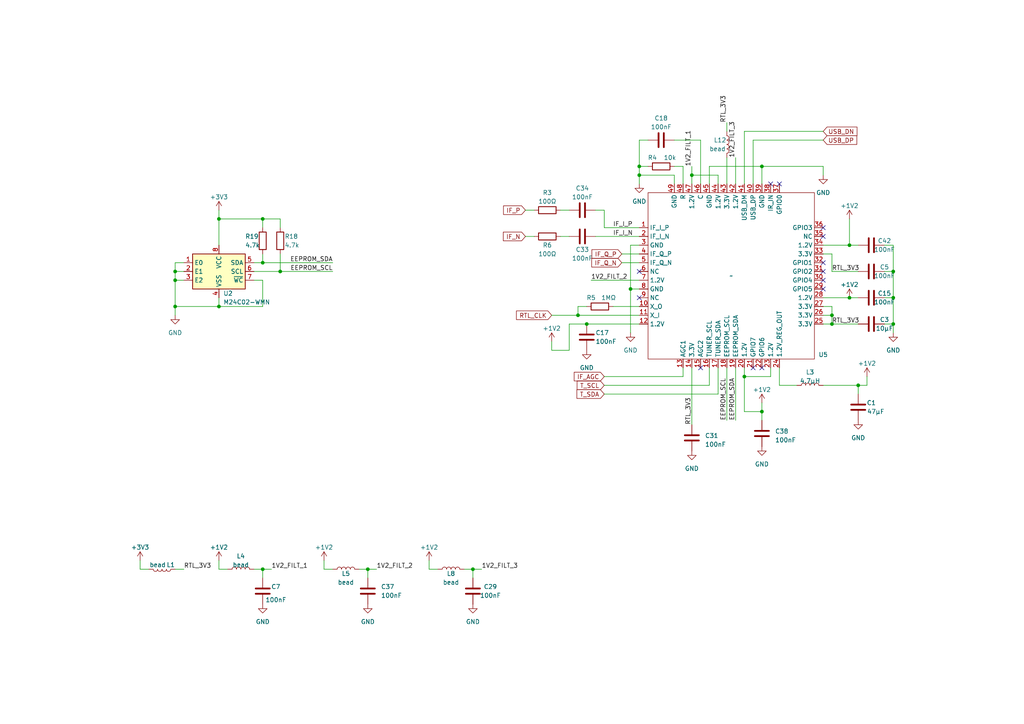
<source format=kicad_sch>
(kicad_sch (version 20230121) (generator eeschema)
  (paper "A4")
  (lib_symbols
    (symbol "Device:C" (pin_numbers hide) (pin_names (offset 0.254))
      (property "Reference" "C" (at 0.635 2.54 0))
      (property "Value" "C" (at 0.635 -2.54 0))
      (symbol "C_0_1"
        (polyline (pts (xy -2.032 -0.762) (xy 2.032 -0.762)) (stroke (width 0.508)))
        (polyline (pts (xy -2.032 0.762) (xy 2.032 0.762)) (stroke (width 0.508)))
      )
      (symbol "C_1_1"
        (pin passive line (at 0 3.81 270) (length 2.794) (name "~") (number "1"))
        (pin passive line (at 0 -3.81 90) (length 2.794) (name "~") (number "2"))
      )
    )
    (symbol "Device:L" (pin_numbers hide) (pin_names (offset 1.016) hide)
      (property "Reference" "L" (at -1.27 0 90))
      (property "Value" "L" (at 1.905 0 90))
      (symbol "L_0_1"
        (arc (start 0 -2.54) (mid 0.6323 -1.905) (end 0 -1.27))
        (arc (start 0 -1.27) (mid 0.6323 -0.635) (end 0 0))
        (arc (start 0 0) (mid 0.6323 0.635) (end 0 1.27))
        (arc (start 0 1.27) (mid 0.6323 1.905) (end 0 2.54))
      )
      (symbol "L_1_1"
        (pin passive line (at 0 3.81 270) (length 1.27) (name "1") (number "1"))
        (pin passive line (at 0 -3.81 90) (length 1.27) (name "2") (number "2"))
      )
    )
    (symbol "Device:R" (pin_numbers hide) (pin_names (offset 0))
      (property "Reference" "R" (at 2.032 0 90))
      (property "Value" "R" (at 0 0 90))
      (symbol "R_0_1"
        (rectangle (start -1.016 -2.54) (end 1.016 2.54) (stroke (width 0.254)))
      )
      (symbol "R_1_1"
        (pin passive line (at 0 3.81 270) (length 1.27) (name "~") (number "1"))
        (pin passive line (at 0 -3.81 90) (length 1.27) (name "~") (number "2"))
      )
    )
    (symbol "Memory_EEPROM:M24C02-WMN"
      (property "Reference" "U" (at -6.35 6.35 0))
      (property "Value" "M24C02-WMN" (at 7.62 6.35 0))
      (symbol "M24C02-WMN_0_1"
        (rectangle (start -7.62 5.08) (end 7.62 -5.08) (stroke (width 0.254)) (fill (type background)))
      )
      (symbol "M24C02-WMN_1_1"
        (pin input line (at -10.16 2.54 0) (length 2.54) (name "E0") (number "1"))
        (pin input line (at -10.16 0 0) (length 2.54) (name "E1") (number "2"))
        (pin input line (at -10.16 -2.54 0) (length 2.54) (name "E2") (number "3"))
        (pin power_in line (at 0 -7.62 90) (length 2.54) (name "VSS") (number "4"))
        (pin bidirectional line (at 10.16 2.54 180) (length 2.54) (name "SDA") (number "5"))
        (pin input line (at 10.16 0 180) (length 2.54) (name "SCL") (number "6"))
        (pin input line (at 10.16 -2.54 180) (length 2.54) (name "~{WC}") (number "7"))
        (pin power_in line (at 0 7.62 270) (length 2.54) (name "VCC") (number "8"))
      )
    )
    (symbol "power:+1V2" (power) (pin_names (offset 0))
      (property "Value" "+1V2" (at 0 3.556 0))
      (symbol "+1V2_0_1"
        (polyline (pts (xy -0.762 1.27) (xy 0 2.54)))
        (polyline (pts (xy 0 0) (xy 0 2.54)))
        (polyline (pts (xy 0 2.54) (xy 0.762 1.27)))
      )
      (symbol "+1V2_1_1"
        (pin power_in line (at 0 0 90) (length 0) hide (name "+1V2") (number "1"))
      )
    )
    (symbol "power:+3V3" (power) (pin_names (offset 0))
      (property "Value" "+3V3" (at 0 3.556 0))
      (symbol "+3V3_0_1"
        (polyline (pts (xy -0.762 1.27) (xy 0 2.54)))
        (polyline (pts (xy 0 0) (xy 0 2.54)))
        (polyline (pts (xy 0 2.54) (xy 0.762 1.27)))
      )
      (symbol "+3V3_1_1"
        (pin power_in line (at 0 0 90) (length 0) hide (name "+3V3") (number "1"))
      )
    )
    (symbol "power:GND" (power) (pin_names (offset 0))
      (property "Value" "GND" (at 0 -3.81 0))
      (symbol "GND_0_1"
        (polyline (pts (xy 0 0) (xy 0 -1.27) (xy 1.27 -1.27) (xy 0 -2.54) (xy -1.27 -1.27) (xy 0 -1.27)))
      )
      (symbol "GND_1_1"
        (pin power_in line (at 0 0 270) (length 0) hide (name "GND") (number "1"))
      )
    )
    (symbol "rtlsdr_symbols:RTL2832U"
      (property "Reference" "U" (at 26.67 -26.67 0))
      (symbol "RTL2832U_0_1"
        (rectangle (start -24.13 24.13) (end 24.13 -24.13))
      )
      (symbol "RTL2832U_1_1"
        (pin input line (at -26.67 13.97 0) (length 2.54) (name "IF_I_P") (number "1"))
        (pin output line (at -26.67 -8.89 0) (length 2.54) (name "X_O") (number "10"))
        (pin input line (at -26.67 -11.43 0) (length 2.54) (name "X_I") (number "11"))
        (pin power_in line (at -26.67 -13.97 0) (length 2.54) (name "1.2V") (number "12"))
        (pin open_collector line (at -13.97 -26.67 90) (length 2.54) (name "AGC1") (number "13"))
        (pin power_in line (at -11.43 -26.67 90) (length 2.54) (name "3.3V") (number "14"))
        (pin open_collector line (at -8.89 -26.67 90) (length 2.54) (name "AGC2") (number "15"))
        (pin open_collector line (at -6.35 -26.67 90) (length 2.54) (name "TUNER_SCL") (number "16"))
        (pin bidirectional line (at -3.81 -26.67 90) (length 2.54) (name "TUNER_SDA") (number "17"))
        (pin open_collector line (at -1.27 -26.67 90) (length 2.54) (name "EEPROM_SCL") (number "18"))
        (pin bidirectional line (at 1.27 -26.67 90) (length 2.54) (name "EEPROM_SDA") (number "19"))
        (pin input line (at -26.67 11.43 0) (length 2.54) (name "IF_I_N") (number "2"))
        (pin power_in line (at 3.81 -26.67 90) (length 2.54) (name "1.2V") (number "20"))
        (pin tri_state line (at 6.35 -26.67 90) (length 2.54) (name "GPIO7") (number "21"))
        (pin tri_state line (at 8.89 -26.67 90) (length 2.54) (name "GPIO6") (number "22"))
        (pin input line (at 11.43 -26.67 90) (length 2.54) (name "1.2V") (number "23"))
        (pin power_out line (at 13.97 -26.67 90) (length 2.54) (name "1.2V_REG_OUT") (number "24"))
        (pin power_in line (at 26.67 -13.97 180) (length 2.54) (name "3.3V") (number "25"))
        (pin power_in line (at 26.67 -11.43 180) (length 2.54) (name "3.3V") (number "26"))
        (pin input line (at 26.67 -8.89 180) (length 2.54) (name "3.3V") (number "27"))
        (pin power_in line (at 26.67 -6.35 180) (length 2.54) (name "1.2V") (number "28"))
        (pin tri_state line (at 26.67 -3.81 180) (length 2.54) (name "GPIO5") (number "29"))
        (pin power_in line (at -26.67 8.89 0) (length 2.54) (name "GND") (number "3"))
        (pin tri_state line (at 26.67 -1.27 180) (length 2.54) (name "GPIO4") (number "30"))
        (pin tri_state line (at 26.67 1.27 180) (length 2.54) (name "GPIO2") (number "31"))
        (pin tri_state line (at 26.67 3.81 180) (length 2.54) (name "GPIO1") (number "32"))
        (pin power_in line (at 26.67 6.35 180) (length 2.54) (name "3.3V") (number "33"))
        (pin power_in line (at 26.67 8.89 180) (length 2.54) (name "1.2V") (number "34"))
        (pin output line (at 26.67 11.43 180) (length 2.54) (name "NC") (number "35"))
        (pin tri_state line (at 26.67 13.97 180) (length 2.54) (name "GPIO3") (number "36"))
        (pin tri_state line (at 13.97 26.67 270) (length 2.54) (name "GPIO0") (number "37"))
        (pin input line (at 11.43 26.67 270) (length 2.54) (name "IR_IN") (number "38"))
        (pin power_in line (at 8.89 26.67 270) (length 2.54) (name "GND") (number "39"))
        (pin input line (at -26.67 6.35 0) (length 2.54) (name "IF_Q_P") (number "4"))
        (pin bidirectional line (at 6.35 26.67 270) (length 2.54) (name "USB_DP") (number "40"))
        (pin bidirectional line (at 3.81 26.67 270) (length 2.54) (name "USB_DM") (number "41"))
        (pin power_in line (at 1.27 26.67 270) (length 2.54) (name "1.2V") (number "42"))
        (pin power_in line (at -1.27 26.67 270) (length 2.54) (name "3.3V") (number "43"))
        (pin power_in line (at -3.81 26.67 270) (length 2.54) (name "1.2V") (number "44"))
        (pin power_in line (at -6.35 26.67 270) (length 2.54) (name "GND") (number "45"))
        (pin input line (at -8.89 26.67 270) (length 2.54) (name "C") (number "46"))
        (pin power_in line (at -11.43 26.67 270) (length 2.54) (name "1.2V") (number "47"))
        (pin input line (at -13.97 26.67 270) (length 2.54) (name "R") (number "48"))
        (pin power_in line (at -16.51 26.67 270) (length 2.54) (name "GND") (number "49"))
        (pin input line (at -26.67 3.81 0) (length 2.54) (name "IF_Q_N") (number "5"))
        (pin input line (at -26.67 1.27 0) (length 2.54) (name "NC") (number "6"))
        (pin power_in line (at -26.67 -1.27 0) (length 2.54) (name "1.2V") (number "7"))
        (pin power_in line (at -26.67 -3.81 0) (length 2.54) (name "GND") (number "8"))
        (pin bidirectional line (at -26.67 -6.35 0) (length 2.54) (name "NC") (number "9"))
      )
    )
  )
  (junction (at 259.08 86.36))
  (junction (at 200.66 50.8))
  (junction (at 259.08 78.74))
  (junction (at 182.88 83.82))
  (junction (at 241.3 91.44))
  (junction (at 185.42 50.8))
  (junction (at 167.64 91.44))
  (junction (at 50.8 88.9))
  (junction (at 220.98 48.26))
  (junction (at 248.92 111.76))
  (junction (at 81.28 78.74))
  (junction (at 63.5 88.9))
  (junction (at 63.5 63.5))
  (junction (at 137.16 165.1))
  (junction (at 76.2 63.5))
  (junction (at 185.42 48.26))
  (junction (at 76.2 165.1))
  (junction (at 241.3 93.98))
  (junction (at 50.8 81.28))
  (junction (at 50.8 78.74))
  (junction (at 246.38 71.12))
  (junction (at 259.08 93.98))
  (junction (at 220.98 119.38))
  (junction (at 76.2 76.2))
  (junction (at 246.38 86.36))
  (junction (at 170.18 93.98))
  (junction (at 106.68 165.1))
  (junction (at 215.9 109.22))
  (no_connect (at 223.52 53.34))
  (no_connect (at 203.2 106.68))
  (no_connect (at 238.76 81.28))
  (no_connect (at 226.06 53.34))
  (no_connect (at 220.98 106.68))
  (no_connect (at 238.76 78.74))
  (no_connect (at 238.76 66.04))
  (no_connect (at 238.76 83.82))
  (no_connect (at 238.76 68.58))
  (no_connect (at 185.42 86.36))
  (no_connect (at 238.76 76.2))
  (no_connect (at 185.42 78.74))
  (no_connect (at 218.44 106.68))
  (wire (pts (xy 215.9 109.22) (xy 215.9 106.68)))
  (wire (pts (xy 167.64 91.44) (xy 185.42 91.44)))
  (wire (pts (xy 185.42 48.26) (xy 185.42 50.8)))
  (wire (pts (xy 248.92 111.76) (xy 251.46 111.76)))
  (wire (pts (xy 76.2 76.2) (xy 73.66 76.2)))
  (wire (pts (xy 180.34 73.66) (xy 185.42 73.66)))
  (wire (pts (xy 76.2 165.1) (xy 76.2 167.64)))
  (wire (pts (xy 175.26 66.04) (xy 185.42 66.04)))
  (wire (pts (xy 238.76 93.98) (xy 241.3 93.98)))
  (wire (pts (xy 246.38 71.12) (xy 246.38 63.5)))
  (wire (pts (xy 160.02 99.06) (xy 160.02 101.6)))
  (wire (pts (xy 182.88 71.12) (xy 182.88 83.82)))
  (wire (pts (xy 213.36 45.72) (xy 213.36 53.34)))
  (wire (pts (xy 50.8 76.2) (xy 50.8 78.74)))
  (wire (pts (xy 76.2 76.2) (xy 96.52 76.2)))
  (wire (pts (xy 165.1 101.6) (xy 160.02 101.6)))
  (wire (pts (xy 63.5 63.5) (xy 76.2 63.5)))
  (wire (pts (xy 241.3 73.66) (xy 241.3 78.74)))
  (wire (pts (xy 76.2 165.1) (xy 73.66 165.1)))
  (wire (pts (xy 213.36 106.68) (xy 213.36 121.92)))
  (wire (pts (xy 182.88 71.12) (xy 185.42 71.12)))
  (wire (pts (xy 238.76 71.12) (xy 246.38 71.12)))
  (wire (pts (xy 50.8 81.28) (xy 53.34 81.28)))
  (wire (pts (xy 198.12 109.22) (xy 175.26 109.22)))
  (wire (pts (xy 63.5 60.96) (xy 63.5 63.5)))
  (wire (pts (xy 215.9 109.22) (xy 215.9 119.38)))
  (wire (pts (xy 241.3 93.98) (xy 248.92 93.98)))
  (wire (pts (xy 167.64 88.9) (xy 170.18 88.9)))
  (wire (pts (xy 81.28 78.74) (xy 73.66 78.74)))
  (wire (pts (xy 50.8 78.74) (xy 53.34 78.74)))
  (wire (pts (xy 137.16 165.1) (xy 134.62 165.1)))
  (wire (pts (xy 208.28 106.68) (xy 208.28 114.3)))
  (wire (pts (xy 81.28 73.66) (xy 81.28 78.74)))
  (wire (pts (xy 198.12 106.68) (xy 198.12 109.22)))
  (wire (pts (xy 200.66 50.8) (xy 200.66 53.34)))
  (wire (pts (xy 208.28 53.34) (xy 208.28 50.8)))
  (wire (pts (xy 226.06 106.68) (xy 226.06 111.76)))
  (wire (pts (xy 106.68 165.1) (xy 109.22 165.1)))
  (wire (pts (xy 205.74 53.34) (xy 205.74 48.26)))
  (wire (pts (xy 256.54 71.12) (xy 259.08 71.12)))
  (wire (pts (xy 63.5 165.1) (xy 63.5 162.56)))
  (wire (pts (xy 76.2 66.04) (xy 76.2 63.5)))
  (wire (pts (xy 208.28 50.8) (xy 200.66 50.8)))
  (wire (pts (xy 63.5 88.9) (xy 76.2 88.9)))
  (wire (pts (xy 187.96 48.26) (xy 185.42 48.26)))
  (wire (pts (xy 50.8 165.1) (xy 53.34 165.1)))
  (wire (pts (xy 215.9 109.22) (xy 223.52 109.22)))
  (wire (pts (xy 162.56 68.58) (xy 165.1 68.58)))
  (wire (pts (xy 248.92 111.76) (xy 248.92 114.3)))
  (wire (pts (xy 152.4 60.96) (xy 154.94 60.96)))
  (wire (pts (xy 259.08 71.12) (xy 259.08 78.74)))
  (wire (pts (xy 162.56 60.96) (xy 165.1 60.96)))
  (wire (pts (xy 185.42 40.64) (xy 185.42 48.26)))
  (wire (pts (xy 167.64 91.44) (xy 167.64 88.9)))
  (wire (pts (xy 215.9 38.1) (xy 215.9 53.34)))
  (wire (pts (xy 238.76 88.9) (xy 241.3 88.9)))
  (wire (pts (xy 205.74 106.68) (xy 205.74 111.76)))
  (wire (pts (xy 63.5 71.12) (xy 63.5 63.5)))
  (wire (pts (xy 175.26 111.76) (xy 205.74 111.76)))
  (wire (pts (xy 195.58 53.34) (xy 195.58 50.8)))
  (wire (pts (xy 50.8 81.28) (xy 50.8 88.9)))
  (wire (pts (xy 180.34 76.2) (xy 185.42 76.2)))
  (wire (pts (xy 226.06 111.76) (xy 231.14 111.76)))
  (wire (pts (xy 251.46 109.22) (xy 251.46 111.76)))
  (wire (pts (xy 160.02 91.44) (xy 167.64 91.44)))
  (wire (pts (xy 238.76 50.8) (xy 238.76 48.26)))
  (wire (pts (xy 50.8 88.9) (xy 63.5 88.9)))
  (wire (pts (xy 50.8 88.9) (xy 50.8 91.44)))
  (wire (pts (xy 241.3 88.9) (xy 241.3 91.44)))
  (wire (pts (xy 195.58 48.26) (xy 198.12 48.26)))
  (wire (pts (xy 203.2 40.64) (xy 195.58 40.64)))
  (wire (pts (xy 137.16 165.1) (xy 139.7 165.1)))
  (wire (pts (xy 81.28 66.04) (xy 81.28 63.5)))
  (wire (pts (xy 81.28 78.74) (xy 96.52 78.74)))
  (wire (pts (xy 63.5 165.1) (xy 66.04 165.1)))
  (wire (pts (xy 241.3 93.98) (xy 241.3 91.44)))
  (wire (pts (xy 40.64 162.56) (xy 40.64 165.1)))
  (wire (pts (xy 53.34 76.2) (xy 50.8 76.2)))
  (wire (pts (xy 124.46 162.56) (xy 124.46 165.1)))
  (wire (pts (xy 220.98 116.84) (xy 220.98 119.38)))
  (wire (pts (xy 185.42 50.8) (xy 185.42 53.34)))
  (wire (pts (xy 198.12 53.34) (xy 198.12 48.26)))
  (wire (pts (xy 238.76 73.66) (xy 241.3 73.66)))
  (wire (pts (xy 238.76 111.76) (xy 248.92 111.76)))
  (wire (pts (xy 215.9 119.38) (xy 220.98 119.38)))
  (wire (pts (xy 218.44 40.64) (xy 218.44 53.34)))
  (wire (pts (xy 203.2 53.34) (xy 203.2 40.64)))
  (wire (pts (xy 76.2 81.28) (xy 76.2 88.9)))
  (wire (pts (xy 175.26 60.96) (xy 175.26 66.04)))
  (wire (pts (xy 172.72 68.58) (xy 185.42 68.58)))
  (wire (pts (xy 200.66 106.68) (xy 200.66 123.19)))
  (wire (pts (xy 182.88 83.82) (xy 182.88 96.52)))
  (wire (pts (xy 165.1 93.98) (xy 170.18 93.98)))
  (wire (pts (xy 238.76 40.64) (xy 218.44 40.64)))
  (wire (pts (xy 106.68 165.1) (xy 106.68 167.64)))
  (wire (pts (xy 76.2 63.5) (xy 81.28 63.5)))
  (wire (pts (xy 256.54 78.74) (xy 259.08 78.74)))
  (wire (pts (xy 76.2 165.1) (xy 78.74 165.1)))
  (wire (pts (xy 200.66 48.26) (xy 200.66 50.8)))
  (wire (pts (xy 93.98 165.1) (xy 96.52 165.1)))
  (wire (pts (xy 256.54 93.98) (xy 259.08 93.98)))
  (wire (pts (xy 205.74 48.26) (xy 220.98 48.26)))
  (wire (pts (xy 172.72 60.96) (xy 175.26 60.96)))
  (wire (pts (xy 50.8 78.74) (xy 50.8 81.28)))
  (wire (pts (xy 259.08 86.36) (xy 259.08 93.98)))
  (wire (pts (xy 223.52 106.68) (xy 223.52 109.22)))
  (wire (pts (xy 137.16 165.1) (xy 137.16 167.64)))
  (wire (pts (xy 241.3 78.74) (xy 248.92 78.74)))
  (wire (pts (xy 187.96 40.64) (xy 185.42 40.64)))
  (wire (pts (xy 259.08 96.52) (xy 259.08 93.98)))
  (wire (pts (xy 124.46 165.1) (xy 127 165.1)))
  (wire (pts (xy 246.38 86.36) (xy 248.92 86.36)))
  (wire (pts (xy 73.66 81.28) (xy 76.2 81.28)))
  (wire (pts (xy 175.26 114.3) (xy 208.28 114.3)))
  (wire (pts (xy 195.58 50.8) (xy 185.42 50.8)))
  (wire (pts (xy 238.76 38.1) (xy 215.9 38.1)))
  (wire (pts (xy 220.98 48.26) (xy 220.98 53.34)))
  (wire (pts (xy 182.88 83.82) (xy 185.42 83.82)))
  (wire (pts (xy 210.82 35.56) (xy 210.82 38.1)))
  (wire (pts (xy 63.5 86.36) (xy 63.5 88.9)))
  (wire (pts (xy 93.98 165.1) (xy 93.98 162.56)))
  (wire (pts (xy 210.82 106.68) (xy 210.82 121.92)))
  (wire (pts (xy 104.14 165.1) (xy 106.68 165.1)))
  (wire (pts (xy 238.76 91.44) (xy 241.3 91.44)))
  (wire (pts (xy 40.64 165.1) (xy 43.18 165.1)))
  (wire (pts (xy 177.8 88.9) (xy 185.42 88.9)))
  (wire (pts (xy 238.76 86.36) (xy 246.38 86.36)))
  (wire (pts (xy 238.76 48.26) (xy 220.98 48.26)))
  (wire (pts (xy 165.1 93.98) (xy 165.1 101.6)))
  (wire (pts (xy 152.4 68.58) (xy 154.94 68.58)))
  (wire (pts (xy 256.54 86.36) (xy 259.08 86.36)))
  (wire (pts (xy 76.2 76.2) (xy 76.2 73.66)))
  (wire (pts (xy 220.98 119.38) (xy 220.98 121.92)))
  (wire (pts (xy 259.08 78.74) (xy 259.08 86.36)))
  (wire (pts (xy 171.45 81.28) (xy 185.42 81.28)))
  (wire (pts (xy 248.92 71.12) (xy 246.38 71.12)))
  (wire (pts (xy 210.82 45.72) (xy 210.82 53.34)))
  (wire (pts (xy 170.18 93.98) (xy 185.42 93.98)))
  (label "1V2_FILT_3" (at 139.7 165.1 0))
  (label "1V2_FILT_1" (at 200.66 48.26 90))
  (label "1V2_FILT_1" (at 78.74 165.1 0))
  (label "RTL_3V3" (at 210.82 35.56 90))
  (label "IF_I_P" (at 177.8 66.04 0))
  (label "EEPROM_SCL" (at 96.52 78.74 180))
  (label "RTL_3V3" (at 241.3 78.74 0))
  (label "RTL_3V3" (at 200.66 123.19 90))
  (label "EEPROM_SDA" (at 213.36 121.92 90))
  (label "1V2_FILT_2" (at 109.22 165.1 0))
  (label "RTL_3V3" (at 241.3 93.98 0))
  (label "EEPROM_SDA" (at 96.52 76.2 180))
  (label "1V2_FILT_2" (at 171.45 81.28 0))
  (label "IF_I_N" (at 177.8 68.58 0))
  (label "RTL_3V3" (at 53.34 165.1 0))
  (label "1V2_FILT_3" (at 213.36 45.72 90))
  (label "EEPROM_SCL" (at 210.82 121.92 90))
  (global_label "T_SCL" (shape input) (at 175.26 111.76 180) (property "Intersheetrefs" "${INTERSHEET_REFS}" (effects hide)))
  (global_label "RTL_CLK" (shape input) (at 160.02 91.44 180) (property "Intersheetrefs" "${INTERSHEET_REFS}" (effects hide)))
  (global_label "USB_DP" (shape input) (at 238.76 40.64 0) (property "Intersheetrefs" "${INTERSHEET_REFS}" (effects hide)))
  (global_label "IF_AGC" (shape input) (at 175.26 109.22 180) (property "Intersheetrefs" "${INTERSHEET_REFS}" (effects hide)))
  (global_label "USB_DN" (shape input) (at 238.76 38.1 0) (property "Intersheetrefs" "${INTERSHEET_REFS}" (effects hide)))
  (global_label "T_SDA" (shape input) (at 175.26 114.3 180) (property "Intersheetrefs" "${INTERSHEET_REFS}" (effects hide)))
  (global_label "IF_Q_P" (shape input) (at 180.34 73.66 180) (property "Intersheetrefs" "${INTERSHEET_REFS}" (effects hide)))
  (global_label "IF_Q_N" (shape input) (at 180.34 76.2 180) (property "Intersheetrefs" "${INTERSHEET_REFS}" (effects hide)))
  (global_label "IF_P" (shape input) (at 152.4 60.96 180) (property "Intersheetrefs" "${INTERSHEET_REFS}" (effects hide)))
  (global_label "IF_N" (shape input) (at 152.4 68.58 180) (property "Intersheetrefs" "${INTERSHEET_REFS}" (effects hide)))
  (symbol (lib_id "Device:C") (at 252.73 93.98 90) (unit 1)
    (property "Reference" "C3" (at 256.54 92.71 90))
    (property "Value" "10µF" (at 256.54 95.25 90))
    (property "Footprint" "Capacitor_SMD:C_0805_2012Metric" (effects hide))
  )
  (symbol (lib_id "power:+1V2") (at 63.5 162.56 0) (unit 1)
    (property "Reference" "#PWR017" (effects hide))
    (property "Value" "+1V2" (at 63.5 158.75 0))
    (instances (project "rtl_sdr_expansion_card" (path "" (reference "#PWR017") (unit 1)) (path "" (reference "#PWR026") (unit 1))) (project "rtlsdrmodule" (path "" (reference "#PWR020") (unit 1))))
  )
  (symbol (lib_id "power:GND") (at 238.76 50.8 0) (unit 1)
    (property "Reference" "#PWR034" (effects hide))
    (property "Value" "GND" (at 238.76 55.88 0))
  )
  (symbol (lib_id "power:+3V3") (at 63.5 60.96 0) (unit 1)
    (property "Reference" "#PWR015" (effects hide))
    (property "Value" "+3V3" (at 63.5 57.15 0))
    (instances (project "rtl_sdr_expansion_card" (path "" (reference "#PWR015") (unit 1)) (path "" (reference "#PWR047") (unit 1))) (project "rtlsdrmodule" (path "" (reference "#PWR05") (unit 1))))
  )
  (symbol (lib_id "rtlsdr_symbols:RTL2832U") (at 212.09 80.01 0) (unit 1)
    (property "Reference" "U5" (at 238.76 102.87 0))
    (property "Value" "~" (at 212.09 80.01 0))
    (property "Footprint" "design_specific:QFN-48_EP_6x6_Pitch0.4mm_vias0.3mm" (effects hide))
  )
  (symbol (lib_id "power:+1V2") (at 251.46 109.22 0) (unit 1)
    (property "Reference" "#PWR039" (effects hide))
    (property "Value" "+1V2" (at 251.46 105.41 0))
    (instances (project "rtl_sdr_expansion_card" (path "" (reference "#PWR039") (unit 1)) (path "" (reference "#PWR039") (unit 1))) (project "rtlsdrmodule" (path "" (reference "#PWR08") (unit 1))))
  )
  (symbol (lib_id "Device:L") (at 130.81 165.1 90) (unit 1)
    (property "Reference" "L8" (at 130.81 166.37 90))
    (property "Value" "bead" (at 130.81 168.91 90))
    (property "Footprint" "Inductor_SMD:L_0402_1005Metric" (effects hide))
  )
  (symbol (lib_id "power:GND") (at 200.66 130.81 0) (unit 1)
    (property "Reference" "#PWR024" (effects hide))
    (property "Value" "GND" (at 200.66 135.89 0))
  )
  (symbol (lib_id "Device:L") (at 100.33 165.1 90) (unit 1)
    (property "Reference" "L5" (at 100.33 166.37 90))
    (property "Value" "bead" (at 100.33 168.91 90))
    (property "Footprint" "Inductor_SMD:L_0402_1005Metric" (effects hide))
  )
  (symbol (lib_id "power:GND") (at 259.08 96.52 0) (unit 1)
    (property "Reference" "#PWR038" (effects hide))
    (property "Value" "GND" (at 259.08 101.6 0))
  )
  (symbol (lib_id "Device:C") (at 170.18 97.79 0) (unit 1)
    (property "Reference" "C17" (at 172.72 96.52 0) (effects (justify left)))
    (property "Value" "100nF" (at 172.72 99.06 0) (effects (justify left)))
    (property "Footprint" "Capacitor_SMD:C_0402_1005Metric" (effects hide))
  )
  (symbol (lib_id "power:+3V3") (at 40.64 162.56 0) (unit 1)
    (property "Reference" "#PWR015" (effects hide))
    (property "Value" "+3V3" (at 40.64 158.75 0))
    (instances (project "rtl_sdr_expansion_card" (path "" (reference "#PWR015") (unit 1)) (path "" (reference "#PWR018") (unit 1))) (project "rtlsdrmodule" (path "" (reference "#PWR05") (unit 1))))
  )
  (symbol (lib_id "power:GND") (at 50.8 91.44 0) (unit 1)
    (property "Reference" "#PWR017" (effects hide))
    (property "Value" "GND" (at 50.8 96.52 0))
  )
  (symbol (lib_id "Device:C") (at 168.91 68.58 90) (unit 1)
    (property "Reference" "C33" (at 168.91 72.39 90))
    (property "Value" "100nF" (at 168.91 74.93 90))
    (property "Footprint" "Capacitor_SMD:C_0402_1005Metric" (effects hide))
  )
  (symbol (lib_id "Device:C") (at 76.2 171.45 180) (unit 1)
    (property "Reference" "C7" (at 80.01 170.18 0))
    (property "Value" "100nF" (at 80.01 173.99 0))
    (property "Footprint" "Capacitor_SMD:C_0402_1005Metric" (effects hide))
    (instances (project "rtl_sdr_expansion_card" (path "" (reference "C7") (unit 1)) (path "" (reference "C43") (unit 1))) (project "rtlsdrmodule" (path "" (reference "C7") (unit 1))))
  )
  (symbol (lib_id "power:GND") (at 220.98 129.54 0) (unit 1)
    (property "Reference" "#PWR028" (effects hide))
    (property "Value" "GND" (at 220.98 134.62 0))
  )
  (symbol (lib_id "Device:L") (at 210.82 41.91 0) (unit 1)
    (property "Reference" "L12" (at 207.01 40.64 0) (effects (justify left)))
    (property "Value" "bead" (at 205.74 43.18 0) (effects (justify left)))
    (property "Footprint" "Inductor_SMD:L_0402_1005Metric" (effects hide))
  )
  (symbol (lib_id "Device:L") (at 69.85 165.1 90) (unit 1)
    (property "Reference" "L4" (at 69.85 161.29 90))
    (property "Value" "bead" (at 69.85 163.83 90))
    (property "Footprint" "Inductor_SMD:L_0402_1005Metric" (effects hide))
  )
  (symbol (lib_id "Device:R") (at 191.77 48.26 90) (unit 1)
    (property "Reference" "R4" (at 189.23 45.72 90))
    (property "Value" "10k" (at 194.31 45.72 90))
    (property "Footprint" "Resistor_SMD:R_0402_1005Metric" (effects hide))
  )
  (symbol (lib_id "power:GND") (at 170.18 101.6 0) (unit 1)
    (property "Reference" "#PWR022" (effects hide))
    (property "Value" "GND" (at 170.18 106.68 0))
  )
  (symbol (lib_id "power:GND") (at 185.42 53.34 0) (unit 1)
    (property "Reference" "#PWR051" (effects hide))
    (property "Value" "GND" (at 185.42 58.42 0))
  )
  (symbol (lib_id "Device:C") (at 106.68 171.45 0) (unit 1)
    (property "Reference" "C37" (at 110.49 170.18 0) (effects (justify left)))
    (property "Value" "100nF" (at 110.49 172.72 0) (effects (justify left)))
    (property "Footprint" "Capacitor_SMD:C_0402_1005Metric" (effects hide))
  )
  (symbol (lib_id "Device:C") (at 220.98 125.73 0) (unit 1)
    (property "Reference" "C38" (at 224.79 125.095 0) (effects (justify left)))
    (property "Value" "100nF" (at 224.79 127.635 0) (effects (justify left)))
    (property "Footprint" "Capacitor_SMD:C_0402_1005Metric" (effects hide))
  )
  (symbol (lib_id "power:+1V2") (at 160.02 99.06 0) (unit 1)
    (property "Reference" "#PWR025" (effects hide))
    (property "Value" "+1V2" (at 160.02 95.25 0))
    (instances (project "rtl_sdr_expansion_card" (path "" (reference "#PWR025") (unit 1)) (path "" (reference "#PWR015") (unit 1))) (project "rtlsdrmodule" (path "" (reference "#PWR017") (unit 1))))
  )
  (symbol (lib_id "power:+1V2") (at 220.98 116.84 0) (unit 1)
    (property "Reference" "#PWR033" (effects hide))
    (property "Value" "+1V2" (at 220.98 113.03 0))
    (instances (project "rtl_sdr_expansion_card" (path "" (reference "#PWR033") (unit 1)) (path "" (reference "#PWR030") (unit 1))) (project "rtlsdrmodule" (path "" (reference "#PWR09") (unit 1))))
  )
  (symbol (lib_id "power:GND") (at 182.88 96.52 0) (unit 1)
    (property "Reference" "#PWR025" (effects hide))
    (property "Value" "GND" (at 182.88 101.6 0))
  )
  (symbol (lib_id "Device:C") (at 252.73 78.74 90) (unit 1)
    (property "Reference" "C5" (at 256.54 77.47 90))
    (property "Value" "100nF" (at 256.54 80.01 90))
    (property "Footprint" "Capacitor_SMD:C_0402_1005Metric" (effects hide))
  )
  (symbol (lib_id "Device:R") (at 158.75 68.58 90) (unit 1)
    (property "Reference" "R6" (at 158.75 71.12 90))
    (property "Value" "100Ω" (at 158.75 73.66 90))
    (property "Footprint" "Resistor_SMD:R_0402_1005Metric" (effects hide))
  )
  (symbol (lib_id "power:GND") (at 76.2 175.26 0) (unit 1)
    (property "Reference" "#PWR027" (effects hide))
    (property "Value" "GND" (at 76.2 180.34 0))
  )
  (symbol (lib_id "Device:C") (at 248.92 118.11 180) (unit 1)
    (property "Reference" "C1" (at 252.73 116.84 0))
    (property "Value" "47µF" (at 254 119.38 0))
    (property "Footprint" "Capacitor_SMD:C_0805_2012Metric" (effects hide))
  )
  (symbol (lib_id "power:GND") (at 248.92 121.92 0) (unit 1)
    (property "Reference" "#PWR031" (effects hide))
    (property "Value" "GND" (at 248.92 127 0))
  )
  (symbol (lib_id "Device:C") (at 252.73 86.36 90) (unit 1)
    (property "Reference" "C15" (at 256.54 85.09 90))
    (property "Value" "100nF" (at 256.54 87.63 90))
    (property "Footprint" "Capacitor_SMD:C_0402_1005Metric" (effects hide))
  )
  (symbol (lib_id "Device:C") (at 137.16 171.45 180) (unit 1)
    (property "Reference" "C29" (at 142.24 170.18 0))
    (property "Value" "100nF" (at 142.24 172.72 0))
    (property "Footprint" "Capacitor_SMD:C_0402_1005Metric" (effects hide))
  )
  (symbol (lib_id "Device:R") (at 81.28 69.85 0) (unit 1)
    (property "Reference" "R18" (at 82.55 68.58 0) (effects (justify left)))
    (property "Value" "4.7k" (at 82.55 71.12 0) (effects (justify left)))
    (property "Footprint" "Resistor_SMD:R_0402_1005Metric" (effects hide))
  )
  (symbol (lib_id "Device:L") (at 234.95 111.76 90) (unit 1)
    (property "Reference" "L3" (at 234.95 107.95 90))
    (property "Value" "4.7µH" (at 234.95 110.49 90))
    (property "Footprint" "Inductor_SMD:L_0805_2012Metric" (effects hide))
  )
  (symbol (lib_id "Device:C") (at 168.91 60.96 90) (unit 1)
    (property "Reference" "C34" (at 168.91 54.61 90))
    (property "Value" "100nF" (at 168.91 57.15 90))
    (property "Footprint" "Capacitor_SMD:C_0402_1005Metric" (effects hide))
  )
  (symbol (lib_id "power:+1V2") (at 246.38 86.36 0) (unit 1)
    (property "Reference" "#PWR037" (effects hide))
    (property "Value" "+1V2" (at 246.38 82.55 0))
    (instances (project "rtl_sdr_expansion_card" (path "" (reference "#PWR037") (unit 1)) (path "" (reference "#PWR036") (unit 1))) (project "rtlsdrmodule" (path "" (reference "#PWR010") (unit 1))))
  )
  (symbol (lib_id "Device:R") (at 173.99 88.9 90) (unit 1)
    (property "Reference" "R5" (at 171.45 86.36 90))
    (property "Value" "1MΩ" (at 176.53 86.36 90))
    (property "Footprint" "Resistor_SMD:R_0402_1005Metric" (effects hide))
  )
  (symbol (lib_id "Device:R") (at 158.75 60.96 90) (unit 1)
    (property "Reference" "R3" (at 158.75 55.88 90))
    (property "Value" "100Ω" (at 158.75 58.42 90))
    (property "Footprint" "Resistor_SMD:R_0402_1005Metric" (effects hide))
  )
  (symbol (lib_id "power:GND") (at 106.68 175.26 0) (unit 1)
    (property "Reference" "#PWR032" (effects hide))
    (property "Value" "GND" (at 106.68 180.34 0))
  )
  (symbol (lib_id "power:+1V2") (at 93.98 162.56 0) (unit 1)
    (property "Reference" "#PWR022" (effects hide))
    (property "Value" "+1V2" (at 93.98 158.75 0))
    (instances (project "rtl_sdr_expansion_card" (path "" (reference "#PWR022") (unit 1)) (path "" (reference "#PWR029") (unit 1))) (project "rtlsdrmodule" (path "" (reference "#PWR015") (unit 1))))
  )
  (symbol (lib_id "Memory_EEPROM:M24C02-WMN") (at 63.5 78.74 0) (unit 1)
    (property "Reference" "U2" (at 64.77 85.09 0) (effects (justify left)))
    (property "Value" "M24C02-WMN" (at 64.77 87.63 0) (effects (justify left)))
    (property "Footprint" "Package_SO:SOIC-8_3.9x4.9mm_P1.27mm" (effects hide))
    (property "Datasheet" "http://www.st.com/content/ccc/resource/technical/document/datasheet/b0/d8/50/40/5a/85/49/6f/DM00071904.pdf/files/DM00071904.pdf/jcr:content/translations/en.DM00071904.pdf" (effects hide))
  )
  (symbol (lib_id "Device:C") (at 191.77 40.64 90) (unit 1)
    (property "Reference" "C18" (at 191.77 34.29 90))
    (property "Value" "100nF" (at 191.77 36.83 90))
    (property "Footprint" "Capacitor_SMD:C_0402_1005Metric" (effects hide))
  )
  (symbol (lib_id "Device:L") (at 46.99 165.1 270) (unit 1)
    (property "Reference" "L1" (at 49.53 163.83 90))
    (property "Value" "bead" (at 45.72 163.83 90))
    (property "Footprint" "Inductor_SMD:L_0402_1005Metric" (effects hide))
  )
  (symbol (lib_id "Device:R") (at 76.2 69.85 0) (unit 1)
    (property "Reference" "R19" (at 71.12 68.58 0) (effects (justify left)))
    (property "Value" "4.7k" (at 71.12 71.12 0) (effects (justify left)))
    (property "Footprint" "Resistor_SMD:R_0402_1005Metric" (effects hide))
  )
  (symbol (lib_id "power:+1V2") (at 124.46 162.56 0) (unit 1)
    (property "Reference" "#PWR027" (effects hide))
    (property "Value" "+1V2" (at 124.46 158.75 0))
    (instances (project "rtl_sdr_expansion_card" (path "" (reference "#PWR027") (unit 1)) (path "" (reference "#PWR033") (unit 1))) (project "rtlsdrmodule" (path "" (reference "#PWR021") (unit 1))))
  )
  (symbol (lib_id "power:GND") (at 137.16 175.26 0) (unit 1)
    (property "Reference" "#PWR037" (effects hide))
    (property "Value" "GND" (at 137.16 180.34 0))
  )
  (symbol (lib_id "Device:C") (at 252.73 71.12 90) (unit 1)
    (property "Reference" "C42" (at 256.54 69.85 90))
    (property "Value" "100nF" (at 256.54 72.39 90))
    (property "Footprint" "Capacitor_SMD:C_0402_1005Metric" (effects hide))
  )
  (symbol (lib_id "power:+1V2") (at 246.38 63.5 0) (unit 1)
    (property "Reference" "#PWR036" (effects hide))
    (property "Value" "+1V2" (at 246.38 59.69 0))
    (instances (project "rtl_sdr_expansion_card" (path "" (reference "#PWR036") (unit 1)) (path "" (reference "#PWR035") (unit 1))) (project "rtlsdrmodule" (path "" (reference "#PWR04") (unit 1))))
  )
  (symbol (lib_id "Device:C") (at 200.66 127 0) (unit 1)
    (property "Reference" "C31" (at 204.47 126.365 0) (effects (justify left)))
    (property "Value" "100nF" (at 204.47 128.905 0) (effects (justify left)))
    (property "Footprint" "Capacitor_SMD:C_0402_1005Metric" (effects hide))
  )
)
</source>
